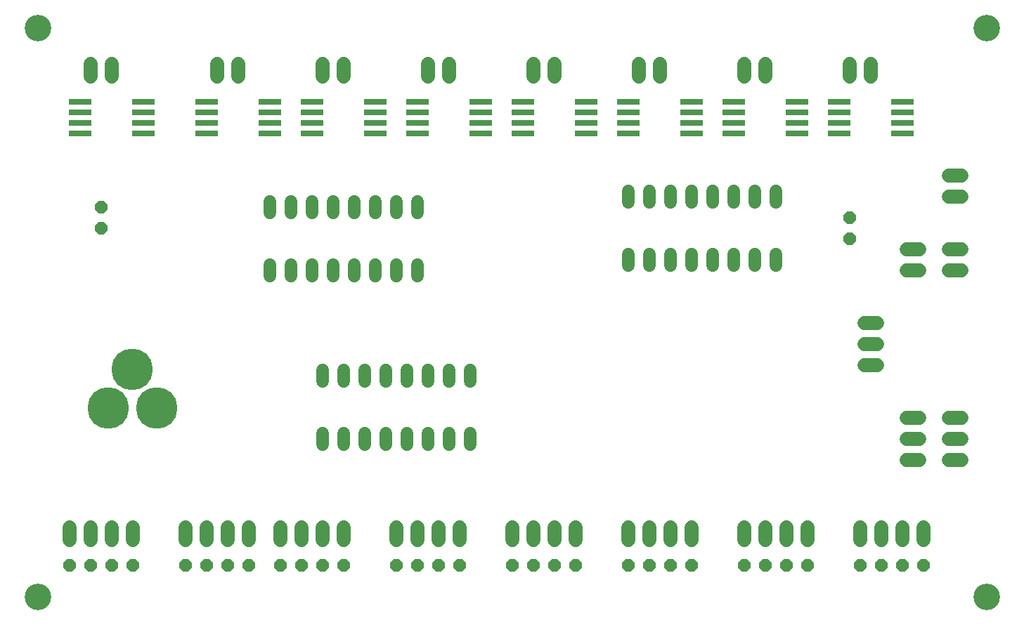
<source format=gbr>
G04 EAGLE Gerber RS-274X export*
G75*
%MOMM*%
%FSLAX34Y34*%
%LPD*%
%INSoldermask Top*%
%IPPOS*%
%AMOC8*
5,1,8,0,0,1.08239X$1,22.5*%
G01*
%ADD10C,3.203200*%
%ADD11C,1.727200*%
%ADD12P,1.649562X8X112.500000*%
%ADD13P,1.649562X8X292.500000*%
%ADD14C,1.524000*%
%ADD15P,1.649562X8X22.500000*%
%ADD16R,2.703200X0.703200*%
%ADD17C,5.003200*%


D10*
X25400Y711200D03*
X1168400Y711200D03*
X1168400Y25400D03*
X25400Y25400D03*
D11*
X1122680Y419100D02*
X1137920Y419100D01*
X1137920Y444500D02*
X1122680Y444500D01*
X1122680Y241300D02*
X1137920Y241300D01*
X1137920Y215900D02*
X1122680Y215900D01*
X1122680Y190500D02*
X1137920Y190500D01*
X1087120Y241300D02*
X1071880Y241300D01*
X1071880Y215900D02*
X1087120Y215900D01*
X1087120Y190500D02*
X1071880Y190500D01*
D12*
X1003300Y457200D03*
X1003300Y482600D03*
D13*
X101600Y495300D03*
X101600Y469900D03*
D11*
X1021080Y355600D02*
X1036320Y355600D01*
X1036320Y330200D02*
X1021080Y330200D01*
X1021080Y304800D02*
X1036320Y304800D01*
X1071880Y419100D02*
X1087120Y419100D01*
X1087120Y444500D02*
X1071880Y444500D01*
D14*
X914400Y501396D02*
X914400Y514604D01*
X889000Y514604D02*
X889000Y501396D01*
X812800Y501396D02*
X812800Y514604D01*
X787400Y514604D02*
X787400Y501396D01*
X863600Y501396D02*
X863600Y514604D01*
X838200Y514604D02*
X838200Y501396D01*
X762000Y501396D02*
X762000Y514604D01*
X736600Y514604D02*
X736600Y501396D01*
X736600Y438404D02*
X736600Y425196D01*
X762000Y425196D02*
X762000Y438404D01*
X787400Y438404D02*
X787400Y425196D01*
X812800Y425196D02*
X812800Y438404D01*
X838200Y438404D02*
X838200Y425196D01*
X863600Y425196D02*
X863600Y438404D01*
X889000Y438404D02*
X889000Y425196D01*
X914400Y425196D02*
X914400Y438404D01*
X304800Y425704D02*
X304800Y412496D01*
X330200Y412496D02*
X330200Y425704D01*
X406400Y425704D02*
X406400Y412496D01*
X431800Y412496D02*
X431800Y425704D01*
X355600Y425704D02*
X355600Y412496D01*
X381000Y412496D02*
X381000Y425704D01*
X457200Y425704D02*
X457200Y412496D01*
X482600Y412496D02*
X482600Y425704D01*
X482600Y488696D02*
X482600Y501904D01*
X457200Y501904D02*
X457200Y488696D01*
X431800Y488696D02*
X431800Y501904D01*
X406400Y501904D02*
X406400Y488696D01*
X381000Y488696D02*
X381000Y501904D01*
X355600Y501904D02*
X355600Y488696D01*
X330200Y488696D02*
X330200Y501904D01*
X304800Y501904D02*
X304800Y488696D01*
D11*
X520700Y652780D02*
X520700Y668020D01*
X495300Y668020D02*
X495300Y652780D01*
X393700Y652780D02*
X393700Y668020D01*
X368300Y668020D02*
X368300Y652780D01*
X1028700Y652780D02*
X1028700Y668020D01*
X1003300Y668020D02*
X1003300Y652780D01*
X901700Y652780D02*
X901700Y668020D01*
X876300Y668020D02*
X876300Y652780D01*
X266700Y652780D02*
X266700Y668020D01*
X241300Y668020D02*
X241300Y652780D01*
X114300Y652780D02*
X114300Y668020D01*
X88900Y668020D02*
X88900Y652780D01*
X774700Y652780D02*
X774700Y668020D01*
X749300Y668020D02*
X749300Y652780D01*
X647700Y652780D02*
X647700Y668020D01*
X622300Y668020D02*
X622300Y652780D01*
D14*
X368300Y222504D02*
X368300Y209296D01*
X393700Y209296D02*
X393700Y222504D01*
X469900Y222504D02*
X469900Y209296D01*
X495300Y209296D02*
X495300Y222504D01*
X419100Y222504D02*
X419100Y209296D01*
X444500Y209296D02*
X444500Y222504D01*
X520700Y222504D02*
X520700Y209296D01*
X546100Y209296D02*
X546100Y222504D01*
X546100Y285496D02*
X546100Y298704D01*
X520700Y298704D02*
X520700Y285496D01*
X495300Y285496D02*
X495300Y298704D01*
X469900Y298704D02*
X469900Y285496D01*
X444500Y285496D02*
X444500Y298704D01*
X419100Y298704D02*
X419100Y285496D01*
X393700Y285496D02*
X393700Y298704D01*
X368300Y298704D02*
X368300Y285496D01*
D11*
X1016000Y109220D02*
X1016000Y93980D01*
X1041400Y93980D02*
X1041400Y109220D01*
X876300Y109220D02*
X876300Y93980D01*
X901700Y93980D02*
X901700Y109220D01*
X736600Y109220D02*
X736600Y93980D01*
X762000Y93980D02*
X762000Y109220D01*
X596900Y109220D02*
X596900Y93980D01*
X622300Y93980D02*
X622300Y109220D01*
X457200Y109220D02*
X457200Y93980D01*
X482600Y93980D02*
X482600Y109220D01*
X317500Y109220D02*
X317500Y93980D01*
X342900Y93980D02*
X342900Y109220D01*
X203200Y109220D02*
X203200Y93980D01*
X228600Y93980D02*
X228600Y109220D01*
X63500Y109220D02*
X63500Y93980D01*
X88900Y93980D02*
X88900Y109220D01*
X1092200Y109220D02*
X1092200Y93980D01*
X1066800Y93980D02*
X1066800Y109220D01*
X952500Y109220D02*
X952500Y93980D01*
X927100Y93980D02*
X927100Y109220D01*
X812800Y109220D02*
X812800Y93980D01*
X787400Y93980D02*
X787400Y109220D01*
X673100Y109220D02*
X673100Y93980D01*
X647700Y93980D02*
X647700Y109220D01*
X533400Y109220D02*
X533400Y93980D01*
X508000Y93980D02*
X508000Y109220D01*
X393700Y109220D02*
X393700Y93980D01*
X368300Y93980D02*
X368300Y109220D01*
X279400Y109220D02*
X279400Y93980D01*
X254000Y93980D02*
X254000Y109220D01*
X139700Y109220D02*
X139700Y93980D01*
X114300Y93980D02*
X114300Y109220D01*
D15*
X1016000Y63500D03*
X1041400Y63500D03*
X508000Y63500D03*
X533400Y63500D03*
X317500Y63500D03*
X342900Y63500D03*
X368300Y63500D03*
X393700Y63500D03*
X203200Y63500D03*
X228600Y63500D03*
X254000Y63500D03*
X279400Y63500D03*
X63500Y63500D03*
X88900Y63500D03*
X114300Y63500D03*
X139700Y63500D03*
X1066800Y63500D03*
X1092200Y63500D03*
X876300Y63500D03*
X901700Y63500D03*
X927100Y63500D03*
X952500Y63500D03*
X736600Y63500D03*
X762000Y63500D03*
X787400Y63500D03*
X812800Y63500D03*
X596900Y63500D03*
X622300Y63500D03*
X647700Y63500D03*
X673100Y63500D03*
X457200Y63500D03*
X482600Y63500D03*
D11*
X1122680Y508000D02*
X1137920Y508000D01*
X1137920Y533400D02*
X1122680Y533400D01*
D16*
X482600Y622300D03*
X482600Y609600D03*
X482600Y596900D03*
X482600Y584200D03*
X558700Y622300D03*
X558700Y609600D03*
X558700Y596900D03*
X558700Y584200D03*
X355600Y622300D03*
X355600Y609600D03*
X355600Y596900D03*
X355600Y584200D03*
X431700Y622300D03*
X431700Y609600D03*
X431700Y596900D03*
X431700Y584200D03*
X990600Y622300D03*
X990600Y609600D03*
X990600Y596900D03*
X990600Y584200D03*
X1066700Y622300D03*
X1066700Y609600D03*
X1066700Y596900D03*
X1066700Y584200D03*
X863600Y622300D03*
X863600Y609600D03*
X863600Y596900D03*
X863600Y584200D03*
X939700Y622300D03*
X939700Y609600D03*
X939700Y596900D03*
X939700Y584200D03*
X228600Y622300D03*
X228600Y609600D03*
X228600Y596900D03*
X228600Y584200D03*
X304700Y622300D03*
X304700Y609600D03*
X304700Y596900D03*
X304700Y584200D03*
X76200Y622300D03*
X76200Y609600D03*
X76200Y596900D03*
X76200Y584200D03*
X152300Y622300D03*
X152300Y609600D03*
X152300Y596900D03*
X152300Y584200D03*
X736600Y622300D03*
X736600Y609600D03*
X736600Y596900D03*
X736600Y584200D03*
X812700Y622300D03*
X812700Y609600D03*
X812700Y596900D03*
X812700Y584200D03*
X609600Y622300D03*
X609600Y609600D03*
X609600Y596900D03*
X609600Y584200D03*
X685700Y622300D03*
X685700Y609600D03*
X685700Y596900D03*
X685700Y584200D03*
D17*
X139100Y300000D03*
X169100Y253000D03*
X110100Y253000D03*
M02*

</source>
